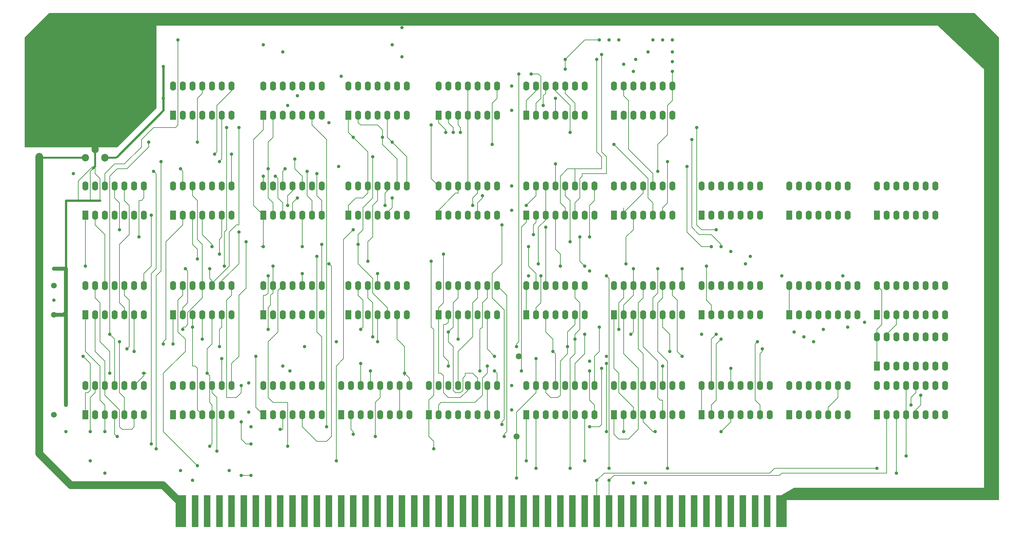
<source format=gtl>
G04 #@! TF.GenerationSoftware,KiCad,Pcbnew,(5.1.12)-1*
G04 #@! TF.CreationDate,2022-10-15T16:15:19+01:00*
G04 #@! TF.ProjectId,Dazzler,44617a7a-6c65-4722-9e6b-696361645f70,rev?*
G04 #@! TF.SameCoordinates,Original*
G04 #@! TF.FileFunction,Copper,L1,Top*
G04 #@! TF.FilePolarity,Positive*
%FSLAX46Y46*%
G04 Gerber Fmt 4.6, Leading zero omitted, Abs format (unit mm)*
G04 Created by KiCad (PCBNEW (5.1.12)-1) date 2022-10-15 16:15:19*
%MOMM*%
%LPD*%
G01*
G04 APERTURE LIST*
G04 #@! TA.AperFunction,NonConductor*
%ADD10C,0.100000*%
G04 #@! TD*
G04 #@! TA.AperFunction,ComponentPad*
%ADD11O,1.905000X2.000000*%
G04 #@! TD*
G04 #@! TA.AperFunction,ComponentPad*
%ADD12C,1.905000*%
G04 #@! TD*
G04 #@! TA.AperFunction,ComponentPad*
%ADD13R,1.600000X2.400000*%
G04 #@! TD*
G04 #@! TA.AperFunction,ComponentPad*
%ADD14O,1.600000X2.400000*%
G04 #@! TD*
G04 #@! TA.AperFunction,ConnectorPad*
%ADD15R,2.794000X8.382000*%
G04 #@! TD*
G04 #@! TA.AperFunction,ConnectorPad*
%ADD16R,1.778000X8.382000*%
G04 #@! TD*
G04 #@! TA.AperFunction,ComponentPad*
%ADD17C,3.048000*%
G04 #@! TD*
G04 #@! TA.AperFunction,ViaPad*
%ADD18C,0.889000*%
G04 #@! TD*
G04 #@! TA.AperFunction,ViaPad*
%ADD19C,1.500000*%
G04 #@! TD*
G04 #@! TA.AperFunction,ViaPad*
%ADD20C,1.600000*%
G04 #@! TD*
G04 #@! TA.AperFunction,Conductor*
%ADD21C,0.203200*%
G04 #@! TD*
G04 #@! TA.AperFunction,Conductor*
%ADD22C,2.032000*%
G04 #@! TD*
G04 #@! TA.AperFunction,Conductor*
%ADD23C,1.016000*%
G04 #@! TD*
G04 #@! TA.AperFunction,Conductor*
%ADD24C,0.609600*%
G04 #@! TD*
G04 #@! TA.AperFunction,Conductor*
%ADD25C,0.508000*%
G04 #@! TD*
G04 APERTURE END LIST*
D10*
G36*
X220980000Y-149860000D02*
G01*
X217805000Y-149860000D01*
X217805000Y-148590000D01*
X220980000Y-146685000D01*
X220980000Y-149860000D01*
G37*
X220980000Y-149860000D02*
X217805000Y-149860000D01*
X217805000Y-148590000D01*
X220980000Y-146685000D01*
X220980000Y-149860000D01*
G36*
X274320000Y-149860000D02*
G01*
X220980000Y-149860000D01*
X220980000Y-146685000D01*
X270510000Y-146685000D01*
X270510000Y-37465000D01*
X274320000Y-37465000D01*
X274320000Y-149860000D01*
G37*
X274320000Y-149860000D02*
X220980000Y-149860000D01*
X220980000Y-146685000D01*
X270510000Y-146685000D01*
X270510000Y-37465000D01*
X274320000Y-37465000D01*
X274320000Y-149860000D01*
G36*
X274320000Y-29210000D02*
G01*
X274320000Y-37465000D01*
X270510000Y-37465000D01*
X258445000Y-26035000D01*
X258445000Y-22860000D01*
X267970000Y-22860000D01*
X274320000Y-29210000D01*
G37*
X274320000Y-29210000D02*
X274320000Y-37465000D01*
X270510000Y-37465000D01*
X258445000Y-26035000D01*
X258445000Y-22860000D01*
X267970000Y-22860000D01*
X274320000Y-29210000D01*
G36*
X265430000Y-26035000D02*
G01*
X54610000Y-26035000D01*
X54610000Y-22860000D01*
X265430000Y-22860000D01*
X265430000Y-26035000D01*
G37*
X265430000Y-26035000D02*
X54610000Y-26035000D01*
X54610000Y-22860000D01*
X265430000Y-22860000D01*
X265430000Y-26035000D01*
G36*
X54610000Y-47625000D02*
G01*
X44450000Y-57785000D01*
X20320000Y-57785000D01*
X20320000Y-29210000D01*
X26670000Y-22860000D01*
X54610000Y-22860000D01*
X54610000Y-47625000D01*
G37*
X54610000Y-47625000D02*
X44450000Y-57785000D01*
X20320000Y-57785000D01*
X20320000Y-29210000D01*
X26670000Y-22860000D01*
X54610000Y-22860000D01*
X54610000Y-47625000D01*
D11*
X41275000Y-60620000D03*
X38735000Y-58420000D03*
D12*
X36195000Y-60620000D03*
D13*
X173990000Y-49530000D03*
D14*
X189230000Y-41910000D03*
X176530000Y-49530000D03*
X186690000Y-41910000D03*
X179070000Y-49530000D03*
X184150000Y-41910000D03*
X181610000Y-49530000D03*
X181610000Y-41910000D03*
X184150000Y-49530000D03*
X179070000Y-41910000D03*
X186690000Y-49530000D03*
X176530000Y-41910000D03*
X189230000Y-49530000D03*
X173990000Y-41910000D03*
D13*
X151130000Y-49530000D03*
D14*
X166370000Y-41910000D03*
X153670000Y-49530000D03*
X163830000Y-41910000D03*
X156210000Y-49530000D03*
X161290000Y-41910000D03*
X158750000Y-49530000D03*
X158750000Y-41910000D03*
X161290000Y-49530000D03*
X156210000Y-41910000D03*
X163830000Y-49530000D03*
X153670000Y-41910000D03*
X166370000Y-49530000D03*
X151130000Y-41910000D03*
D13*
X128270000Y-49530000D03*
D14*
X143510000Y-41910000D03*
X130810000Y-49530000D03*
X140970000Y-41910000D03*
X133350000Y-49530000D03*
X138430000Y-41910000D03*
X135890000Y-49530000D03*
X135890000Y-41910000D03*
X138430000Y-49530000D03*
X133350000Y-41910000D03*
X140970000Y-49530000D03*
X130810000Y-41910000D03*
X143510000Y-49530000D03*
X128270000Y-41910000D03*
D13*
X104775000Y-49530000D03*
D14*
X120015000Y-41910000D03*
X107315000Y-49530000D03*
X117475000Y-41910000D03*
X109855000Y-49530000D03*
X114935000Y-41910000D03*
X112395000Y-49530000D03*
X112395000Y-41910000D03*
X114935000Y-49530000D03*
X109855000Y-41910000D03*
X117475000Y-49530000D03*
X107315000Y-41910000D03*
X120015000Y-49530000D03*
X104775000Y-41910000D03*
D13*
X82550000Y-49530000D03*
D14*
X97790000Y-41910000D03*
X85090000Y-49530000D03*
X95250000Y-41910000D03*
X87630000Y-49530000D03*
X92710000Y-41910000D03*
X90170000Y-49530000D03*
X90170000Y-41910000D03*
X92710000Y-49530000D03*
X87630000Y-41910000D03*
X95250000Y-49530000D03*
X85090000Y-41910000D03*
X97790000Y-49530000D03*
X82550000Y-41910000D03*
D13*
X242570000Y-75565000D03*
D14*
X257810000Y-67945000D03*
X245110000Y-75565000D03*
X255270000Y-67945000D03*
X247650000Y-75565000D03*
X252730000Y-67945000D03*
X250190000Y-75565000D03*
X250190000Y-67945000D03*
X252730000Y-75565000D03*
X247650000Y-67945000D03*
X255270000Y-75565000D03*
X245110000Y-67945000D03*
X257810000Y-75565000D03*
X242570000Y-67945000D03*
D13*
X219710000Y-75565000D03*
D14*
X234950000Y-67945000D03*
X222250000Y-75565000D03*
X232410000Y-67945000D03*
X224790000Y-75565000D03*
X229870000Y-67945000D03*
X227330000Y-75565000D03*
X227330000Y-67945000D03*
X229870000Y-75565000D03*
X224790000Y-67945000D03*
X232410000Y-75565000D03*
X222250000Y-67945000D03*
X234950000Y-75565000D03*
X219710000Y-67945000D03*
D13*
X196850000Y-75565000D03*
D14*
X212090000Y-67945000D03*
X199390000Y-75565000D03*
X209550000Y-67945000D03*
X201930000Y-75565000D03*
X207010000Y-67945000D03*
X204470000Y-75565000D03*
X204470000Y-67945000D03*
X207010000Y-75565000D03*
X201930000Y-67945000D03*
X209550000Y-75565000D03*
X199390000Y-67945000D03*
X212090000Y-75565000D03*
X196850000Y-67945000D03*
D13*
X173990000Y-75565000D03*
D14*
X189230000Y-67945000D03*
X176530000Y-75565000D03*
X186690000Y-67945000D03*
X179070000Y-75565000D03*
X184150000Y-67945000D03*
X181610000Y-75565000D03*
X181610000Y-67945000D03*
X184150000Y-75565000D03*
X179070000Y-67945000D03*
X186690000Y-75565000D03*
X176530000Y-67945000D03*
X189230000Y-75565000D03*
X173990000Y-67945000D03*
D13*
X242570000Y-114935000D03*
D14*
X260350000Y-107315000D03*
X245110000Y-114935000D03*
X257810000Y-107315000D03*
X247650000Y-114935000D03*
X255270000Y-107315000D03*
X250190000Y-114935000D03*
X252730000Y-107315000D03*
X252730000Y-114935000D03*
X250190000Y-107315000D03*
X255270000Y-114935000D03*
X247650000Y-107315000D03*
X257810000Y-114935000D03*
X245110000Y-107315000D03*
X260350000Y-114935000D03*
X242570000Y-107315000D03*
X196850000Y-120015000D03*
X214630000Y-127635000D03*
X199390000Y-120015000D03*
X212090000Y-127635000D03*
X201930000Y-120015000D03*
X209550000Y-127635000D03*
X204470000Y-120015000D03*
X207010000Y-127635000D03*
X207010000Y-120015000D03*
X204470000Y-127635000D03*
X209550000Y-120015000D03*
X201930000Y-127635000D03*
X212090000Y-120015000D03*
X199390000Y-127635000D03*
X214630000Y-120015000D03*
D13*
X196850000Y-127635000D03*
D14*
X128270000Y-67945000D03*
X143510000Y-75565000D03*
X130810000Y-67945000D03*
X140970000Y-75565000D03*
X133350000Y-67945000D03*
X138430000Y-75565000D03*
X135890000Y-67945000D03*
X135890000Y-75565000D03*
X138430000Y-67945000D03*
X133350000Y-75565000D03*
X140970000Y-67945000D03*
X130810000Y-75565000D03*
X143510000Y-67945000D03*
D13*
X128270000Y-75565000D03*
D14*
X104775000Y-67945000D03*
X120015000Y-75565000D03*
X107315000Y-67945000D03*
X117475000Y-75565000D03*
X109855000Y-67945000D03*
X114935000Y-75565000D03*
X112395000Y-67945000D03*
X112395000Y-75565000D03*
X114935000Y-67945000D03*
X109855000Y-75565000D03*
X117475000Y-67945000D03*
X107315000Y-75565000D03*
X120015000Y-67945000D03*
D13*
X104775000Y-75565000D03*
D14*
X151130000Y-93980000D03*
X166370000Y-101600000D03*
X153670000Y-93980000D03*
X163830000Y-101600000D03*
X156210000Y-93980000D03*
X161290000Y-101600000D03*
X158750000Y-93980000D03*
X158750000Y-101600000D03*
X161290000Y-93980000D03*
X156210000Y-101600000D03*
X163830000Y-93980000D03*
X153670000Y-101600000D03*
X166370000Y-93980000D03*
D13*
X151130000Y-101600000D03*
D14*
X104775000Y-93980000D03*
X120015000Y-101600000D03*
X107315000Y-93980000D03*
X117475000Y-101600000D03*
X109855000Y-93980000D03*
X114935000Y-101600000D03*
X112395000Y-93980000D03*
X112395000Y-101600000D03*
X114935000Y-93980000D03*
X109855000Y-101600000D03*
X117475000Y-93980000D03*
X107315000Y-101600000D03*
X120015000Y-93980000D03*
D13*
X104775000Y-101600000D03*
D14*
X82550000Y-93980000D03*
X97790000Y-101600000D03*
X85090000Y-93980000D03*
X95250000Y-101600000D03*
X87630000Y-93980000D03*
X92710000Y-101600000D03*
X90170000Y-93980000D03*
X90170000Y-101600000D03*
X92710000Y-93980000D03*
X87630000Y-101600000D03*
X95250000Y-93980000D03*
X85090000Y-101600000D03*
X97790000Y-93980000D03*
D13*
X82550000Y-101600000D03*
X59055000Y-75565000D03*
D14*
X74295000Y-67945000D03*
X61595000Y-75565000D03*
X71755000Y-67945000D03*
X64135000Y-75565000D03*
X69215000Y-67945000D03*
X66675000Y-75565000D03*
X66675000Y-67945000D03*
X69215000Y-75565000D03*
X64135000Y-67945000D03*
X71755000Y-75565000D03*
X61595000Y-67945000D03*
X74295000Y-75565000D03*
X59055000Y-67945000D03*
D13*
X82550000Y-75565000D03*
D14*
X97790000Y-67945000D03*
X85090000Y-75565000D03*
X95250000Y-67945000D03*
X87630000Y-75565000D03*
X92710000Y-67945000D03*
X90170000Y-75565000D03*
X90170000Y-67945000D03*
X92710000Y-75565000D03*
X87630000Y-67945000D03*
X95250000Y-75565000D03*
X85090000Y-67945000D03*
X97790000Y-75565000D03*
X82550000Y-67945000D03*
D13*
X36195000Y-75565000D03*
D14*
X51435000Y-67945000D03*
X38735000Y-75565000D03*
X48895000Y-67945000D03*
X41275000Y-75565000D03*
X46355000Y-67945000D03*
X43815000Y-75565000D03*
X43815000Y-67945000D03*
X46355000Y-75565000D03*
X41275000Y-67945000D03*
X48895000Y-75565000D03*
X38735000Y-67945000D03*
X51435000Y-75565000D03*
X36195000Y-67945000D03*
X59055000Y-41910000D03*
X74295000Y-49530000D03*
X61595000Y-41910000D03*
X71755000Y-49530000D03*
X64135000Y-41910000D03*
X69215000Y-49530000D03*
X66675000Y-41910000D03*
X66675000Y-49530000D03*
X69215000Y-41910000D03*
X64135000Y-49530000D03*
X71755000Y-41910000D03*
X61595000Y-49530000D03*
X74295000Y-41910000D03*
D13*
X59055000Y-49530000D03*
X59055000Y-101600000D03*
D14*
X74295000Y-93980000D03*
X61595000Y-101600000D03*
X71755000Y-93980000D03*
X64135000Y-101600000D03*
X69215000Y-93980000D03*
X66675000Y-101600000D03*
X66675000Y-93980000D03*
X69215000Y-101600000D03*
X64135000Y-93980000D03*
X71755000Y-101600000D03*
X61595000Y-93980000D03*
X74295000Y-101600000D03*
X59055000Y-93980000D03*
D13*
X128270000Y-101600000D03*
D14*
X143510000Y-93980000D03*
X130810000Y-101600000D03*
X140970000Y-93980000D03*
X133350000Y-101600000D03*
X138430000Y-93980000D03*
X135890000Y-101600000D03*
X135890000Y-93980000D03*
X138430000Y-101600000D03*
X133350000Y-93980000D03*
X140970000Y-101600000D03*
X130810000Y-93980000D03*
X143510000Y-101600000D03*
X128270000Y-93980000D03*
D13*
X36195000Y-101600000D03*
D14*
X51435000Y-93980000D03*
X38735000Y-101600000D03*
X48895000Y-93980000D03*
X41275000Y-101600000D03*
X46355000Y-93980000D03*
X43815000Y-101600000D03*
X43815000Y-93980000D03*
X46355000Y-101600000D03*
X41275000Y-93980000D03*
X48895000Y-101600000D03*
X38735000Y-93980000D03*
X51435000Y-101600000D03*
X36195000Y-93980000D03*
X173990000Y-93980000D03*
X191770000Y-101600000D03*
X176530000Y-93980000D03*
X189230000Y-101600000D03*
X179070000Y-93980000D03*
X186690000Y-101600000D03*
X181610000Y-93980000D03*
X184150000Y-101600000D03*
X184150000Y-93980000D03*
X181610000Y-101600000D03*
X186690000Y-93980000D03*
X179070000Y-101600000D03*
X189230000Y-93980000D03*
X176530000Y-101600000D03*
X191770000Y-93980000D03*
D13*
X173990000Y-101600000D03*
D14*
X242570000Y-93980000D03*
X260350000Y-101600000D03*
X245110000Y-93980000D03*
X257810000Y-101600000D03*
X247650000Y-93980000D03*
X255270000Y-101600000D03*
X250190000Y-93980000D03*
X252730000Y-101600000D03*
X252730000Y-93980000D03*
X250190000Y-101600000D03*
X255270000Y-93980000D03*
X247650000Y-101600000D03*
X257810000Y-93980000D03*
X245110000Y-101600000D03*
X260350000Y-93980000D03*
D13*
X242570000Y-101600000D03*
D14*
X196850000Y-93980000D03*
X212090000Y-101600000D03*
X199390000Y-93980000D03*
X209550000Y-101600000D03*
X201930000Y-93980000D03*
X207010000Y-101600000D03*
X204470000Y-93980000D03*
X204470000Y-101600000D03*
X207010000Y-93980000D03*
X201930000Y-101600000D03*
X209550000Y-93980000D03*
X199390000Y-101600000D03*
X212090000Y-93980000D03*
D13*
X196850000Y-101600000D03*
D14*
X219710000Y-93980000D03*
X237490000Y-101600000D03*
X222250000Y-93980000D03*
X234950000Y-101600000D03*
X224790000Y-93980000D03*
X232410000Y-101600000D03*
X227330000Y-93980000D03*
X229870000Y-101600000D03*
X229870000Y-93980000D03*
X227330000Y-101600000D03*
X232410000Y-93980000D03*
X224790000Y-101600000D03*
X234950000Y-93980000D03*
X222250000Y-101600000D03*
X237490000Y-93980000D03*
D13*
X219710000Y-101600000D03*
X219710000Y-127635000D03*
D14*
X234950000Y-120015000D03*
X222250000Y-127635000D03*
X232410000Y-120015000D03*
X224790000Y-127635000D03*
X229870000Y-120015000D03*
X227330000Y-127635000D03*
X227330000Y-120015000D03*
X229870000Y-127635000D03*
X224790000Y-120015000D03*
X232410000Y-127635000D03*
X222250000Y-120015000D03*
X234950000Y-127635000D03*
X219710000Y-120015000D03*
D13*
X242570000Y-127635000D03*
D14*
X260350000Y-120015000D03*
X245110000Y-127635000D03*
X257810000Y-120015000D03*
X247650000Y-127635000D03*
X255270000Y-120015000D03*
X250190000Y-127635000D03*
X252730000Y-120015000D03*
X252730000Y-127635000D03*
X250190000Y-120015000D03*
X255270000Y-127635000D03*
X247650000Y-120015000D03*
X257810000Y-127635000D03*
X245110000Y-120015000D03*
X260350000Y-127635000D03*
X242570000Y-120015000D03*
D13*
X173990000Y-127635000D03*
D14*
X191770000Y-120015000D03*
X176530000Y-127635000D03*
X189230000Y-120015000D03*
X179070000Y-127635000D03*
X186690000Y-120015000D03*
X181610000Y-127635000D03*
X184150000Y-120015000D03*
X184150000Y-127635000D03*
X181610000Y-120015000D03*
X186690000Y-127635000D03*
X179070000Y-120015000D03*
X189230000Y-127635000D03*
X176530000Y-120015000D03*
X191770000Y-127635000D03*
X173990000Y-120015000D03*
D13*
X151130000Y-127635000D03*
D14*
X168910000Y-120015000D03*
X153670000Y-127635000D03*
X166370000Y-120015000D03*
X156210000Y-127635000D03*
X163830000Y-120015000D03*
X158750000Y-127635000D03*
X161290000Y-120015000D03*
X161290000Y-127635000D03*
X158750000Y-120015000D03*
X163830000Y-127635000D03*
X156210000Y-120015000D03*
X166370000Y-127635000D03*
X153670000Y-120015000D03*
X168910000Y-127635000D03*
X151130000Y-120015000D03*
D13*
X125730000Y-127635000D03*
D14*
X143510000Y-120015000D03*
X128270000Y-127635000D03*
X140970000Y-120015000D03*
X130810000Y-127635000D03*
X138430000Y-120015000D03*
X133350000Y-127635000D03*
X135890000Y-120015000D03*
X135890000Y-127635000D03*
X133350000Y-120015000D03*
X138430000Y-127635000D03*
X130810000Y-120015000D03*
X140970000Y-127635000D03*
X128270000Y-120015000D03*
X143510000Y-127635000D03*
X125730000Y-120015000D03*
D13*
X151130000Y-75565000D03*
D14*
X168910000Y-67945000D03*
X153670000Y-75565000D03*
X166370000Y-67945000D03*
X156210000Y-75565000D03*
X163830000Y-67945000D03*
X158750000Y-75565000D03*
X161290000Y-67945000D03*
X161290000Y-75565000D03*
X158750000Y-67945000D03*
X163830000Y-75565000D03*
X156210000Y-67945000D03*
X166370000Y-75565000D03*
X153670000Y-67945000D03*
X168910000Y-75565000D03*
X151130000Y-67945000D03*
X102870000Y-120015000D03*
X120650000Y-127635000D03*
X105410000Y-120015000D03*
X118110000Y-127635000D03*
X107950000Y-120015000D03*
X115570000Y-127635000D03*
X110490000Y-120015000D03*
X113030000Y-127635000D03*
X113030000Y-120015000D03*
X110490000Y-127635000D03*
X115570000Y-120015000D03*
X107950000Y-127635000D03*
X118110000Y-120015000D03*
X105410000Y-127635000D03*
X120650000Y-120015000D03*
D13*
X102870000Y-127635000D03*
D15*
X217678000Y-152781000D03*
D16*
X213995000Y-152781000D03*
X210820000Y-152781000D03*
X207645000Y-152781000D03*
X204470000Y-152781000D03*
X201295000Y-152781000D03*
X198120000Y-152781000D03*
X194945000Y-152781000D03*
X191770000Y-152781000D03*
X188595000Y-152781000D03*
X185420000Y-152781000D03*
X182245000Y-152781000D03*
X179070000Y-152781000D03*
X175895000Y-152781000D03*
X172720000Y-152781000D03*
X169545000Y-152781000D03*
X166370000Y-152781000D03*
X163195000Y-152781000D03*
X160020000Y-152781000D03*
X156845000Y-152781000D03*
X153670000Y-152781000D03*
X150495000Y-152781000D03*
X147320000Y-152781000D03*
X144145000Y-152781000D03*
X140970000Y-152781000D03*
X137795000Y-152781000D03*
X134620000Y-152781000D03*
X131445000Y-152781000D03*
X128270000Y-152781000D03*
X125095000Y-152781000D03*
X121920000Y-152781000D03*
X118745000Y-152781000D03*
X115570000Y-152781000D03*
X112395000Y-152781000D03*
X109220000Y-152781000D03*
X106045000Y-152781000D03*
X102870000Y-152781000D03*
X99695000Y-152781000D03*
X96520000Y-152781000D03*
X93345000Y-152781000D03*
X90170000Y-152781000D03*
X86995000Y-152781000D03*
X83820000Y-152781000D03*
X80645000Y-152781000D03*
X77470000Y-152781000D03*
X74295000Y-152781000D03*
X71120000Y-152781000D03*
X67945000Y-152781000D03*
X64770000Y-152781000D03*
D15*
X61087000Y-152781000D03*
D14*
X36195000Y-120015000D03*
X51435000Y-127635000D03*
X38735000Y-120015000D03*
X48895000Y-127635000D03*
X41275000Y-120015000D03*
X46355000Y-127635000D03*
X43815000Y-120015000D03*
X43815000Y-127635000D03*
X46355000Y-120015000D03*
X41275000Y-127635000D03*
X48895000Y-120015000D03*
X38735000Y-127635000D03*
X51435000Y-120015000D03*
D13*
X36195000Y-127635000D03*
D14*
X59055000Y-120015000D03*
X74295000Y-127635000D03*
X61595000Y-120015000D03*
X71755000Y-127635000D03*
X64135000Y-120015000D03*
X69215000Y-127635000D03*
X66675000Y-120015000D03*
X66675000Y-127635000D03*
X69215000Y-120015000D03*
X64135000Y-127635000D03*
X71755000Y-120015000D03*
X61595000Y-127635000D03*
X74295000Y-120015000D03*
D13*
X59055000Y-127635000D03*
D14*
X82550000Y-120015000D03*
X97790000Y-127635000D03*
X85090000Y-120015000D03*
X95250000Y-127635000D03*
X87630000Y-120015000D03*
X92710000Y-127635000D03*
X90170000Y-120015000D03*
X90170000Y-127635000D03*
X92710000Y-120015000D03*
X87630000Y-127635000D03*
X95250000Y-120015000D03*
X85090000Y-127635000D03*
X97790000Y-120015000D03*
D13*
X82550000Y-127635000D03*
D17*
X267970000Y-27940000D03*
X26670000Y-27940000D03*
D18*
X250190000Y-138430000D03*
X247650000Y-142875000D03*
X242570000Y-141605000D03*
X254000000Y-122555000D03*
X251460000Y-125095000D03*
X201930000Y-132080000D03*
X184785000Y-132080000D03*
X176530000Y-132080000D03*
X172085000Y-132080000D03*
X167640000Y-130810000D03*
X187960000Y-141605000D03*
X179070000Y-145415000D03*
X182245000Y-145415000D03*
X169545000Y-144780000D03*
X172720000Y-144780000D03*
X172720000Y-141605000D03*
X166370000Y-139700000D03*
X162560000Y-141605000D03*
X153670000Y-141605000D03*
X151130000Y-139700000D03*
X148590000Y-144145000D03*
X147320000Y-126365000D03*
X147320000Y-120015000D03*
X144780000Y-130175000D03*
X145415000Y-133350000D03*
X127000000Y-136525000D03*
X106045000Y-132715000D03*
X111760000Y-133350000D03*
X119380000Y-116840000D03*
X107950000Y-114300000D03*
X110490000Y-116205000D03*
X86995000Y-131445000D03*
X88900000Y-135890000D03*
X99060000Y-130810000D03*
X79375000Y-130810000D03*
X76835000Y-129540000D03*
X79375000Y-143510000D03*
X76835000Y-143510000D03*
X73660000Y-142240000D03*
X70485000Y-137160000D03*
X68580000Y-135890000D03*
X65405000Y-140970000D03*
X64135000Y-144780000D03*
X60960000Y-142240000D03*
X31115000Y-132080000D03*
X37465000Y-132080000D03*
X41275000Y-132080000D03*
X44450000Y-133350000D03*
X37465000Y-139700000D03*
X41275000Y-142875000D03*
X31115000Y-125095000D03*
X42545000Y-116840000D03*
X51435000Y-116840000D03*
X67945000Y-116840000D03*
X71755000Y-113030000D03*
X76835000Y-120015000D03*
X78740000Y-119380000D03*
X78740000Y-127000000D03*
X80645000Y-112395000D03*
X87630000Y-114935000D03*
X89535000Y-116205000D03*
X93345000Y-109855000D03*
X101600000Y-108585000D03*
X107950000Y-105410000D03*
X111125000Y-107315000D03*
X112395000Y-108585000D03*
X35560000Y-112395000D03*
X42545000Y-106680000D03*
X45085000Y-108585000D03*
X46990000Y-110490000D03*
X48895000Y-111125000D03*
X79375000Y-135255000D03*
X53340000Y-135255000D03*
X54610000Y-136525000D03*
X59055000Y-109220000D03*
X56515000Y-109220000D03*
X53975000Y-64135000D03*
X55880000Y-61595000D03*
X60960000Y-63500000D03*
X53340000Y-75565000D03*
X50165000Y-81280000D03*
X45085000Y-79375000D03*
X36195000Y-88900000D03*
X27940000Y-97790000D03*
X62230000Y-89535000D03*
X65405000Y-86995000D03*
X68580000Y-89535000D03*
X69215000Y-83820000D03*
X71120000Y-85725000D03*
X72390000Y-88900000D03*
X76200000Y-80010000D03*
X78105000Y-82550000D03*
X82550000Y-83820000D03*
X83820000Y-91440000D03*
X85090000Y-88900000D03*
X92710000Y-90805000D03*
X96520000Y-86360000D03*
X97790000Y-83185000D03*
X92710000Y-83820000D03*
X99695000Y-88265000D03*
X106045000Y-79375000D03*
X107315000Y-83185000D03*
X109855000Y-87630000D03*
X116205000Y-71120000D03*
X114300000Y-73025000D03*
X91440000Y-71120000D03*
X88900000Y-73025000D03*
X88900000Y-73025000D03*
X96520000Y-64770000D03*
X93980000Y-64135000D03*
X90805000Y-60960000D03*
X88265000Y-63500000D03*
X85725000Y-65405000D03*
X82550000Y-65405000D03*
X83820000Y-63500000D03*
X61595000Y-105410000D03*
X64135000Y-104775000D03*
X66675000Y-107950000D03*
X71120000Y-109855000D03*
X83820000Y-105410000D03*
X101600000Y-139700000D03*
X27940000Y-89535000D03*
D19*
X27940000Y-127635000D03*
X27940000Y-101600000D03*
X27940000Y-93980000D03*
D18*
X31115000Y-99060000D03*
X142875000Y-116205000D03*
X139065000Y-116205000D03*
X140970000Y-114935000D03*
X142875000Y-112395000D03*
X130810000Y-114935000D03*
X130810000Y-106045000D03*
X133350000Y-107950000D03*
X149860000Y-116205000D03*
X153670000Y-113030000D03*
X158115000Y-111125000D03*
X161925000Y-109855000D03*
X163830000Y-107950000D03*
X166370000Y-106680000D03*
X170180000Y-104775000D03*
X167640000Y-116205000D03*
X167640000Y-113665000D03*
X170815000Y-115570000D03*
X172085000Y-114300000D03*
X172085000Y-112395000D03*
X175260000Y-105410000D03*
X178435000Y-106680000D03*
X186690000Y-114935000D03*
X188595000Y-111125000D03*
X191770000Y-112395000D03*
X196850000Y-106680000D03*
X200660000Y-106680000D03*
X201930000Y-107950000D03*
X204470000Y-115570000D03*
X211455000Y-108585000D03*
X212725000Y-110490000D03*
D20*
X148590000Y-133350000D03*
X149225000Y-112395000D03*
D18*
X148590000Y-109855000D03*
X172085000Y-91440000D03*
X220980000Y-106045000D03*
X223520000Y-107315000D03*
X226060000Y-108585000D03*
X228600000Y-105410000D03*
X234950000Y-104775000D03*
X239395000Y-103505000D03*
X233680000Y-91440000D03*
X217805000Y-91440000D03*
X191770000Y-89535000D03*
X185420000Y-89535000D03*
X179070000Y-89535000D03*
X177165000Y-88265000D03*
X167640000Y-90170000D03*
X166370000Y-88900000D03*
X160020000Y-88900000D03*
X154940000Y-91440000D03*
X151765000Y-91440000D03*
X154305000Y-88265000D03*
X126365000Y-87630000D03*
X129540000Y-85725000D03*
X52705000Y-56515000D03*
X60325000Y-29845000D03*
X65405000Y-56515000D03*
X71120000Y-61595000D03*
X69850000Y-59690000D03*
X74295000Y-59690000D03*
X73025000Y-52705000D03*
X76200000Y-52705000D03*
X99695000Y-51435000D03*
X88900000Y-46990000D03*
X91440000Y-44450000D03*
X82550000Y-31115000D03*
X87630000Y-33020000D03*
X102870000Y-39370000D03*
X102235000Y-62865000D03*
X106045000Y-55245000D03*
X111125000Y-60325000D03*
X116205000Y-56515000D03*
X113665000Y-55245000D03*
X118745000Y-34290000D03*
X116205000Y-31115000D03*
X118745000Y-26670000D03*
X56515000Y-36830000D03*
X56515000Y-45085000D03*
X33020000Y-64770000D03*
X126365000Y-52070000D03*
X130175000Y-53975000D03*
X132080000Y-53975000D03*
X133985000Y-53975000D03*
X142240000Y-57150000D03*
X137160000Y-73025000D03*
X139700000Y-70485000D03*
X144780000Y-78105000D03*
X147320000Y-74295000D03*
X147320000Y-67945000D03*
X151130000Y-73025000D03*
X153035000Y-80645000D03*
X151765000Y-83820000D03*
X156210000Y-78740000D03*
X162560000Y-82550000D03*
X165100000Y-81280000D03*
X167640000Y-81280000D03*
X158750000Y-62230000D03*
X162560000Y-53975000D03*
X155575000Y-46990000D03*
X158750000Y-45085000D03*
X149225000Y-38735000D03*
X152400000Y-38735000D03*
X147320000Y-41910000D03*
X147320000Y-48260000D03*
X161290000Y-37465000D03*
X161290000Y-34925000D03*
X173990000Y-57150000D03*
X185420000Y-64135000D03*
X187960000Y-61595000D03*
X189230000Y-38100000D03*
X189230000Y-35560000D03*
X189230000Y-33020000D03*
X189230000Y-29845000D03*
X186690000Y-29845000D03*
X184150000Y-29845000D03*
X182880000Y-33020000D03*
X176530000Y-36195000D03*
X179070000Y-38100000D03*
X179705000Y-34925000D03*
X169545000Y-34925000D03*
X170815000Y-33655000D03*
X170180000Y-29845000D03*
X172720000Y-29845000D03*
X175260000Y-29845000D03*
X193040000Y-62865000D03*
X194310000Y-55880000D03*
X195580000Y-52705000D03*
X198120000Y-88900000D03*
X200660000Y-79375000D03*
X209550000Y-86360000D03*
X208280000Y-88265000D03*
X204470000Y-85090000D03*
X199390000Y-83820000D03*
X201930000Y-83820000D03*
X112395000Y-90805000D03*
D21*
X172720000Y-144780000D02*
X172720000Y-144780000D01*
X169545000Y-144780000D02*
X169545000Y-144780000D01*
X169545000Y-144780000D02*
X169545000Y-152781000D01*
X172720000Y-144780000D02*
X172720000Y-152781000D01*
X201930000Y-132080000D02*
X204470000Y-129540000D01*
X204470000Y-129540000D02*
X204470000Y-127635000D01*
X196850000Y-127635000D02*
X196850000Y-120015000D01*
X247650000Y-142875000D02*
X247650000Y-127635000D01*
X250190000Y-138430000D02*
X250190000Y-127635000D01*
X250190000Y-127635000D02*
X250190000Y-120015000D01*
X252730000Y-127635000D02*
X252730000Y-126365000D01*
X254000000Y-125095000D02*
X254000000Y-122555000D01*
X252730000Y-126365000D02*
X254000000Y-125095000D01*
X251460000Y-125095000D02*
X251460000Y-123190000D01*
X252730000Y-121920000D02*
X252730000Y-120015000D01*
X251460000Y-123190000D02*
X252730000Y-121920000D01*
X245110000Y-142875000D02*
X245110000Y-127635000D01*
X217805000Y-142875000D02*
X245110000Y-142875000D01*
X217170000Y-143510000D02*
X217805000Y-142875000D01*
X173990000Y-143510000D02*
X217170000Y-143510000D01*
X172720000Y-144780000D02*
X173990000Y-143510000D01*
X242570000Y-141605000D02*
X215900000Y-141605000D01*
X215900000Y-141605000D02*
X214630000Y-142875000D01*
X171450000Y-142875000D02*
X169545000Y-144780000D01*
X214630000Y-142875000D02*
X171450000Y-142875000D01*
X184785000Y-132080000D02*
X184150000Y-132080000D01*
X181610000Y-129540000D02*
X181610000Y-127635000D01*
X184150000Y-132080000D02*
X181610000Y-129540000D01*
X176530000Y-132080000D02*
X176530000Y-127635000D01*
X242570000Y-114935000D02*
X242570000Y-107315000D01*
X245110000Y-107315000D02*
X245110000Y-106680000D01*
X247650000Y-104140000D02*
X247650000Y-101600000D01*
X245110000Y-106680000D02*
X247650000Y-104140000D01*
X242570000Y-107315000D02*
X242570000Y-105410000D01*
X242570000Y-105410000D02*
X243840000Y-104140000D01*
X243840000Y-95250000D02*
X242570000Y-93980000D01*
X243840000Y-104140000D02*
X243840000Y-95250000D01*
X151130000Y-139700000D02*
X151130000Y-127635000D01*
X153670000Y-141605000D02*
X153670000Y-127635000D01*
X166370000Y-139700000D02*
X166370000Y-127635000D01*
X41275000Y-132080000D02*
X41275000Y-127635000D01*
X44450000Y-133350000D02*
X43815000Y-132715000D01*
X43815000Y-132715000D02*
X43815000Y-127635000D01*
X38735000Y-120015000D02*
X38735000Y-121920000D01*
X37465000Y-123190000D02*
X37465000Y-132080000D01*
X38735000Y-121920000D02*
X37465000Y-123190000D01*
X76835000Y-143510000D02*
X79375000Y-143510000D01*
X69215000Y-135255000D02*
X68580000Y-135890000D01*
X69215000Y-127635000D02*
X69215000Y-135255000D01*
X76835000Y-129540000D02*
X76835000Y-133985000D01*
X78105000Y-135255000D02*
X79375000Y-135255000D01*
X76835000Y-133985000D02*
X78105000Y-135255000D01*
X87630000Y-127635000D02*
X87630000Y-131445000D01*
X87630000Y-131445000D02*
X86995000Y-131445000D01*
X36195000Y-127635000D02*
X36195000Y-121920000D01*
X36195000Y-121920000D02*
X36830000Y-121920000D01*
X36830000Y-121920000D02*
X37465000Y-121285000D01*
X37465000Y-114300000D02*
X35560000Y-112395000D01*
X37465000Y-121285000D02*
X37465000Y-114300000D01*
X70485000Y-137160000D02*
X70485000Y-123190000D01*
X70485000Y-123190000D02*
X69215000Y-121920000D01*
X69215000Y-121920000D02*
X69215000Y-120015000D01*
X48895000Y-101600000D02*
X48895000Y-111125000D01*
X46355000Y-93980000D02*
X46355000Y-96520000D01*
X46355000Y-96520000D02*
X47625000Y-97790000D01*
X47625000Y-109855000D02*
X46990000Y-110490000D01*
X47625000Y-97790000D02*
X47625000Y-109855000D01*
X45085000Y-121920000D02*
X45085000Y-108585000D01*
X46355000Y-123190000D02*
X45085000Y-121920000D01*
X46355000Y-127635000D02*
X46355000Y-123190000D01*
X41275000Y-127635000D02*
X41275000Y-125095000D01*
X41275000Y-125095000D02*
X40005000Y-123825000D01*
X40005000Y-123825000D02*
X40005000Y-114935000D01*
X36195000Y-111125000D02*
X36195000Y-101600000D01*
X40005000Y-114935000D02*
X36195000Y-111125000D01*
X41275000Y-120015000D02*
X41275000Y-113665000D01*
X41275000Y-113665000D02*
X38735000Y-111125000D01*
X38735000Y-111125000D02*
X38735000Y-101600000D01*
X38735000Y-97155000D02*
X38735000Y-93980000D01*
X40005000Y-98425000D02*
X38735000Y-97155000D01*
X40005000Y-108585000D02*
X40005000Y-98425000D01*
X42545000Y-111125000D02*
X40005000Y-108585000D01*
X42545000Y-116840000D02*
X42545000Y-111125000D01*
X52070000Y-116840000D02*
X50800000Y-116840000D01*
X51435000Y-117475000D02*
X48895000Y-120015000D01*
X51435000Y-116840000D02*
X51435000Y-117475000D01*
X61595000Y-96520000D02*
X61595000Y-93980000D01*
X60325000Y-106045000D02*
X60325000Y-97790000D01*
X60325000Y-97790000D02*
X61595000Y-96520000D01*
X62230000Y-107950000D02*
X60325000Y-106045000D01*
X62230000Y-111125000D02*
X62230000Y-107950000D01*
X56515000Y-116840000D02*
X62230000Y-111125000D01*
X56515000Y-132080000D02*
X56515000Y-116840000D01*
X65405000Y-140970000D02*
X56515000Y-132080000D01*
X59055000Y-109220000D02*
X59055000Y-101600000D01*
D22*
X61087000Y-150695014D02*
X56441986Y-146050000D01*
X61087000Y-152781000D02*
X61087000Y-150695014D01*
X56441986Y-146050000D02*
X32385000Y-146050000D01*
X32385000Y-146050000D02*
X24130000Y-137795000D01*
D21*
X43815000Y-107950000D02*
X42545000Y-106680000D01*
X43815000Y-120015000D02*
X43815000Y-107950000D01*
X42545000Y-106680000D02*
X42545000Y-65405000D01*
X41275000Y-93980000D02*
X41275000Y-80645000D01*
X38735000Y-78105000D02*
X38735000Y-75565000D01*
X41275000Y-80645000D02*
X38735000Y-78105000D01*
X36195000Y-88900000D02*
X36195000Y-75565000D01*
X45085000Y-79375000D02*
X45085000Y-72390000D01*
X45085000Y-72390000D02*
X43815000Y-71120000D01*
X43815000Y-71120000D02*
X43815000Y-67945000D01*
X46355000Y-101600000D02*
X46355000Y-99695000D01*
X46355000Y-99695000D02*
X45085000Y-98425000D01*
X45085000Y-98425000D02*
X45085000Y-83185000D01*
X45085000Y-83185000D02*
X47625000Y-80645000D01*
X47625000Y-80645000D02*
X47625000Y-73025000D01*
X46355000Y-71755000D02*
X46355000Y-67945000D01*
X47625000Y-73025000D02*
X46355000Y-71755000D01*
X51435000Y-93980000D02*
X51435000Y-90805000D01*
X53340000Y-88900000D02*
X53340000Y-75565000D01*
X51435000Y-90805000D02*
X53340000Y-88900000D01*
X50165000Y-81280000D02*
X50165000Y-71755000D01*
X50165000Y-71755000D02*
X50800000Y-71755000D01*
X51435000Y-71120000D02*
X51435000Y-67945000D01*
X50800000Y-71755000D02*
X51435000Y-71120000D01*
X60960000Y-76200000D02*
X61595000Y-75565000D01*
X61595000Y-101600000D02*
X61595000Y-99695000D01*
X61595000Y-99695000D02*
X62865000Y-98425000D01*
X62865000Y-90170000D02*
X62230000Y-89535000D01*
X62865000Y-98425000D02*
X62865000Y-90170000D01*
X61595000Y-104775000D02*
X62230000Y-104775000D01*
X62230000Y-104775000D02*
X62865000Y-104140000D01*
X62865000Y-104140000D02*
X62865000Y-100965000D01*
X66675000Y-97155000D02*
X66675000Y-93980000D01*
X62865000Y-100965000D02*
X66675000Y-97155000D01*
X65405000Y-86995000D02*
X65405000Y-84455000D01*
X64135000Y-83185000D02*
X64135000Y-75565000D01*
X65405000Y-84455000D02*
X64135000Y-83185000D01*
X69215000Y-83820000D02*
X69215000Y-83185000D01*
X66675000Y-80645000D02*
X66675000Y-75565000D01*
X69215000Y-83185000D02*
X66675000Y-80645000D01*
X71120000Y-85725000D02*
X71120000Y-81915000D01*
X71755000Y-81280000D02*
X71755000Y-75565000D01*
X71120000Y-81915000D02*
X71755000Y-81280000D01*
X69215000Y-93980000D02*
X69215000Y-92710000D01*
X68580000Y-92075000D02*
X68580000Y-89535000D01*
X69215000Y-92710000D02*
X68580000Y-92075000D01*
X64135000Y-70485000D02*
X64135000Y-67945000D01*
X65405000Y-71755000D02*
X64135000Y-70485000D01*
X65405000Y-81915000D02*
X65405000Y-71755000D01*
X66675000Y-83185000D02*
X65405000Y-81915000D01*
X66675000Y-93980000D02*
X66675000Y-83185000D01*
X64135000Y-104775000D02*
X64135000Y-101600000D01*
X64135000Y-104775000D02*
X64135000Y-114935000D01*
X64135000Y-114935000D02*
X64770000Y-114935000D01*
X64770000Y-114935000D02*
X65405000Y-115570000D01*
X65405000Y-126365000D02*
X66675000Y-127635000D01*
X65405000Y-115570000D02*
X65405000Y-126365000D01*
X80645000Y-125730000D02*
X82550000Y-127635000D01*
X80645000Y-112395000D02*
X80645000Y-125730000D01*
X86360000Y-95250000D02*
X87630000Y-93980000D01*
X86360000Y-106045000D02*
X86360000Y-95250000D01*
X83820000Y-108585000D02*
X86360000Y-106045000D01*
X85090000Y-124460000D02*
X83820000Y-123190000D01*
X88900000Y-124460000D02*
X85090000Y-124460000D01*
X83820000Y-123190000D02*
X83820000Y-108585000D01*
X88900000Y-135890000D02*
X88900000Y-124460000D01*
X83820000Y-105410000D02*
X83820000Y-99695000D01*
X83820000Y-99695000D02*
X84455000Y-99060000D01*
X84455000Y-99060000D02*
X84455000Y-96520000D01*
X85090000Y-95885000D02*
X85090000Y-93980000D01*
X84455000Y-96520000D02*
X85090000Y-95885000D01*
X85090000Y-93980000D02*
X85090000Y-88900000D01*
X82550000Y-101600000D02*
X82550000Y-96520000D01*
X82550000Y-96520000D02*
X83185000Y-96520000D01*
X83820000Y-95885000D02*
X83820000Y-91440000D01*
X83185000Y-96520000D02*
X83820000Y-95885000D01*
X92710000Y-93980000D02*
X92710000Y-90805000D01*
X97790000Y-120015000D02*
X97790000Y-107315000D01*
X97790000Y-107315000D02*
X96520000Y-106045000D01*
X96520000Y-106045000D02*
X96520000Y-86360000D01*
X97790000Y-93980000D02*
X97790000Y-83185000D01*
X100330000Y-88900000D02*
X99695000Y-88265000D01*
X99060000Y-134620000D02*
X100330000Y-133350000D01*
X100330000Y-133350000D02*
X100330000Y-88900000D01*
X96520000Y-134620000D02*
X99060000Y-134620000D01*
X92710000Y-130810000D02*
X96520000Y-134620000D01*
X92710000Y-127635000D02*
X92710000Y-130810000D01*
X103505000Y-81915000D02*
X106045000Y-79375000D01*
X103505000Y-113030000D02*
X103505000Y-81915000D01*
X101600000Y-114935000D02*
X103505000Y-113030000D01*
X101600000Y-139700000D02*
X101600000Y-114935000D01*
X45085000Y-126365000D02*
X41275000Y-122555000D01*
X45720000Y-131445000D02*
X45085000Y-130810000D01*
X45085000Y-130810000D02*
X45085000Y-126365000D01*
X48260000Y-131445000D02*
X45720000Y-131445000D01*
X48895000Y-130810000D02*
X48260000Y-131445000D01*
X41275000Y-122555000D02*
X41275000Y-120015000D01*
X48895000Y-127635000D02*
X48895000Y-130810000D01*
X74295000Y-96520000D02*
X74295000Y-93980000D01*
X73025000Y-97790000D02*
X74295000Y-96520000D01*
X73025000Y-123190000D02*
X73025000Y-97790000D01*
X75565000Y-123190000D02*
X73025000Y-123190000D01*
X76835000Y-121920000D02*
X75565000Y-123190000D01*
X76835000Y-120015000D02*
X76835000Y-121920000D01*
X69215000Y-127635000D02*
X69215000Y-125095000D01*
X69215000Y-125095000D02*
X68580000Y-124460000D01*
X68580000Y-117475000D02*
X67945000Y-116840000D01*
X68580000Y-124460000D02*
X68580000Y-117475000D01*
X67945000Y-116840000D02*
X67945000Y-110490000D01*
X69215000Y-109220000D02*
X69215000Y-101600000D01*
X67945000Y-110490000D02*
X69215000Y-109220000D01*
X66675000Y-101600000D02*
X66675000Y-107950000D01*
X71755000Y-120015000D02*
X71755000Y-113030000D01*
X71120000Y-109855000D02*
X71120000Y-105410000D01*
X71120000Y-105410000D02*
X71755000Y-104775000D01*
X71755000Y-104775000D02*
X71755000Y-101600000D01*
D23*
X31115000Y-125095000D02*
X31115000Y-101600000D01*
X27940000Y-89535000D02*
X31115000Y-89535000D01*
X31115000Y-100965000D02*
X30480000Y-101600000D01*
X31115000Y-89535000D02*
X31115000Y-99060000D01*
X30480000Y-101600000D02*
X31115000Y-101600000D01*
X27940000Y-101600000D02*
X30480000Y-101600000D01*
X31115000Y-99060000D02*
X31115000Y-100965000D01*
D21*
X106045000Y-132715000D02*
X106045000Y-132080000D01*
X105410000Y-131445000D02*
X105410000Y-127635000D01*
X106045000Y-132080000D02*
X105410000Y-131445000D01*
X113030000Y-123190000D02*
X113030000Y-120015000D01*
X111760000Y-124460000D02*
X113030000Y-123190000D01*
X111760000Y-133350000D02*
X111760000Y-124460000D01*
X118110000Y-120015000D02*
X118110000Y-127635000D01*
X127000000Y-134620000D02*
X127000000Y-136525000D01*
X125730000Y-133350000D02*
X127000000Y-134620000D01*
X125730000Y-127635000D02*
X125730000Y-133350000D01*
X120650000Y-118110000D02*
X119380000Y-116840000D01*
X120650000Y-120015000D02*
X120650000Y-118110000D01*
X119380000Y-117475000D02*
X119380000Y-109855000D01*
X117475000Y-107950000D02*
X117475000Y-101600000D01*
X119380000Y-109855000D02*
X117475000Y-107950000D01*
X112395000Y-108585000D02*
X112395000Y-101600000D01*
X109855000Y-93980000D02*
X109855000Y-94615000D01*
X108585000Y-104775000D02*
X107950000Y-105410000D01*
X108585000Y-97790000D02*
X108585000Y-104775000D01*
X107315000Y-96520000D02*
X108585000Y-97790000D01*
X107315000Y-93980000D02*
X107315000Y-96520000D01*
X109855000Y-93980000D02*
X109855000Y-97155000D01*
X109855000Y-97155000D02*
X111125000Y-98425000D01*
X111125000Y-98425000D02*
X111125000Y-107315000D01*
X114935000Y-99695000D02*
X111125000Y-95885000D01*
X114935000Y-101600000D02*
X114935000Y-99695000D01*
X110490000Y-120015000D02*
X110490000Y-116205000D01*
X107950000Y-120015000D02*
X107950000Y-114300000D01*
X140970000Y-127635000D02*
X140970000Y-120015000D01*
X143510000Y-116840000D02*
X142875000Y-116205000D01*
X143510000Y-120015000D02*
X143510000Y-116840000D01*
X128270000Y-127635000D02*
X128270000Y-125095000D01*
X128270000Y-125095000D02*
X128905000Y-124460000D01*
X128905000Y-124460000D02*
X137795000Y-124460000D01*
X137795000Y-124460000D02*
X139700000Y-122555000D01*
X139700000Y-122555000D02*
X139700000Y-118110000D01*
X139700000Y-118110000D02*
X140970000Y-116840000D01*
X140970000Y-116840000D02*
X140970000Y-114935000D01*
X128270000Y-101600000D02*
X128270000Y-116840000D01*
X128270000Y-116840000D02*
X128905000Y-116840000D01*
X128905000Y-116840000D02*
X129540000Y-117475000D01*
X129540000Y-117475000D02*
X129540000Y-121920000D01*
X129540000Y-121920000D02*
X130810000Y-123190000D01*
X130810000Y-123190000D02*
X133985000Y-123190000D01*
X135890000Y-121285000D02*
X135890000Y-120015000D01*
X133985000Y-123190000D02*
X135890000Y-121285000D01*
X138430000Y-120015000D02*
X138430000Y-118110000D01*
X138430000Y-118110000D02*
X137160000Y-116840000D01*
X137160000Y-116840000D02*
X135255000Y-116840000D01*
X135255000Y-116840000D02*
X135255000Y-117475000D01*
X135255000Y-117475000D02*
X134620000Y-118110000D01*
X134620000Y-118110000D02*
X134620000Y-121285000D01*
X134620000Y-121285000D02*
X133985000Y-121920000D01*
X133985000Y-121920000D02*
X132715000Y-121920000D01*
X132715000Y-121920000D02*
X132080000Y-121285000D01*
X132080000Y-121285000D02*
X132080000Y-109855000D01*
X130810000Y-108585000D02*
X130810000Y-106045000D01*
X132080000Y-109855000D02*
X130810000Y-108585000D01*
X130810000Y-106045000D02*
X132080000Y-104775000D01*
X132080000Y-104775000D02*
X132080000Y-98425000D01*
X132080000Y-98425000D02*
X133350000Y-97155000D01*
X133350000Y-97155000D02*
X133350000Y-93980000D01*
X133350000Y-107950000D02*
X133350000Y-101600000D01*
X137160000Y-98425000D02*
X138430000Y-97155000D01*
X138430000Y-97155000D02*
X138430000Y-93980000D01*
X137160000Y-107315000D02*
X137160000Y-98425000D01*
X133350000Y-111125000D02*
X137160000Y-107315000D01*
X133350000Y-120015000D02*
X133350000Y-111125000D01*
X140970000Y-110490000D02*
X142875000Y-112395000D01*
X140970000Y-101600000D02*
X140970000Y-110490000D01*
X139065000Y-116205000D02*
X139065000Y-105410000D01*
X139065000Y-105410000D02*
X139700000Y-104775000D01*
X139700000Y-104775000D02*
X139700000Y-98425000D01*
X139700000Y-98425000D02*
X140970000Y-97155000D01*
X140970000Y-97155000D02*
X140970000Y-93980000D01*
X144780000Y-130175000D02*
X144780000Y-129540000D01*
X144780000Y-129540000D02*
X145415000Y-128905000D01*
X145415000Y-128905000D02*
X145415000Y-100330000D01*
X145415000Y-100330000D02*
X142240000Y-97155000D01*
X145415000Y-133350000D02*
X145415000Y-132715000D01*
X145415000Y-132715000D02*
X146050000Y-132080000D01*
X146050000Y-96520000D02*
X143510000Y-93980000D01*
X146050000Y-132080000D02*
X146050000Y-96520000D01*
X148590000Y-144145000D02*
X148590000Y-133350000D01*
X148590000Y-133350000D02*
X148590000Y-127000000D01*
X148590000Y-127000000D02*
X153670000Y-121920000D01*
X153670000Y-121920000D02*
X153670000Y-120015000D01*
X153670000Y-120015000D02*
X153670000Y-113030000D01*
X163830000Y-111760000D02*
X163830000Y-107950000D01*
X162560000Y-113030000D02*
X163830000Y-111760000D01*
X162560000Y-141605000D02*
X162560000Y-113030000D01*
X156210000Y-120015000D02*
X156210000Y-121920000D01*
X156210000Y-121920000D02*
X157480000Y-123190000D01*
X157480000Y-123190000D02*
X159385000Y-123190000D01*
X159385000Y-123190000D02*
X160020000Y-122555000D01*
X160020000Y-122555000D02*
X160020000Y-113665000D01*
X160020000Y-113665000D02*
X161925000Y-111760000D01*
X161925000Y-111760000D02*
X161925000Y-109855000D01*
X161925000Y-109855000D02*
X161925000Y-106045000D01*
X161925000Y-106045000D02*
X163830000Y-104140000D01*
X163830000Y-104140000D02*
X163830000Y-101600000D01*
X163830000Y-107950000D02*
X163830000Y-106680000D01*
X163830000Y-106680000D02*
X165100000Y-105410000D01*
X165100000Y-105410000D02*
X165100000Y-98425000D01*
X163830000Y-97155000D02*
X163830000Y-93980000D01*
X165100000Y-98425000D02*
X163830000Y-97155000D01*
X163830000Y-120015000D02*
X163830000Y-114300000D01*
X163830000Y-114300000D02*
X166370000Y-111760000D01*
X166370000Y-111760000D02*
X166370000Y-106680000D01*
X168910000Y-127635000D02*
X168910000Y-125095000D01*
X167640000Y-123825000D02*
X167640000Y-116205000D01*
X168910000Y-125095000D02*
X167640000Y-123825000D01*
X167640000Y-130810000D02*
X170180000Y-130810000D01*
X170815000Y-130175000D02*
X170815000Y-115570000D01*
X170180000Y-130810000D02*
X170815000Y-130175000D01*
X172085000Y-132080000D02*
X172085000Y-114300000D01*
X158750000Y-111760000D02*
X158115000Y-111125000D01*
X158750000Y-120015000D02*
X158750000Y-111760000D01*
X158115000Y-111125000D02*
X158115000Y-107950000D01*
X156210000Y-106045000D02*
X156210000Y-101600000D01*
X158115000Y-107950000D02*
X156210000Y-106045000D01*
X130810000Y-114935000D02*
X130810000Y-113665000D01*
X130810000Y-113665000D02*
X129540000Y-112395000D01*
X129540000Y-112395000D02*
X129540000Y-104140000D01*
X129540000Y-104140000D02*
X130175000Y-104140000D01*
X130810000Y-103505000D02*
X130810000Y-101600000D01*
X130175000Y-104140000D02*
X130810000Y-103505000D01*
X125730000Y-127635000D02*
X125730000Y-123825000D01*
X125730000Y-123825000D02*
X127000000Y-122555000D01*
X127000000Y-122555000D02*
X127000000Y-108585000D01*
X127000000Y-108585000D02*
X127000000Y-105410000D01*
X127000000Y-105410000D02*
X126365000Y-104775000D01*
X126365000Y-104775000D02*
X126365000Y-87630000D01*
X170180000Y-111125000D02*
X170180000Y-104775000D01*
X168910000Y-112395000D02*
X170180000Y-111125000D01*
X168910000Y-120015000D02*
X168910000Y-112395000D01*
X172720000Y-92075000D02*
X172085000Y-91440000D01*
X172720000Y-141605000D02*
X172720000Y-92075000D01*
X186690000Y-120015000D02*
X186690000Y-114935000D01*
X189230000Y-93980000D02*
X189230000Y-96520000D01*
X189230000Y-96520000D02*
X190500000Y-97790000D01*
X190500000Y-111125000D02*
X191770000Y-112395000D01*
X190500000Y-97790000D02*
X190500000Y-111125000D01*
X188595000Y-111125000D02*
X188595000Y-106680000D01*
X186690000Y-104775000D02*
X186690000Y-101600000D01*
X188595000Y-106680000D02*
X186690000Y-104775000D01*
X186690000Y-127635000D02*
X186690000Y-123825000D01*
X186690000Y-123825000D02*
X186055000Y-123825000D01*
X186055000Y-123825000D02*
X185420000Y-123190000D01*
X185420000Y-123190000D02*
X185420000Y-113665000D01*
X185420000Y-113665000D02*
X181610000Y-109855000D01*
X181610000Y-109855000D02*
X181610000Y-101600000D01*
X178435000Y-106680000D02*
X179070000Y-106045000D01*
X179070000Y-106045000D02*
X179070000Y-101600000D01*
X175260000Y-105410000D02*
X175260000Y-98425000D01*
X175260000Y-98425000D02*
X176530000Y-97155000D01*
X176530000Y-97155000D02*
X176530000Y-93980000D01*
X175260000Y-121920000D02*
X179070000Y-125730000D01*
X179070000Y-125730000D02*
X179070000Y-127635000D01*
X173990000Y-115570000D02*
X175260000Y-116840000D01*
X175260000Y-116840000D02*
X175260000Y-121920000D01*
X173990000Y-101600000D02*
X173990000Y-115570000D01*
X187960000Y-113665000D02*
X187960000Y-141605000D01*
X185420000Y-111125000D02*
X187960000Y-113665000D01*
X185420000Y-98425000D02*
X185420000Y-111125000D01*
X186690000Y-97155000D02*
X185420000Y-98425000D01*
X186690000Y-93980000D02*
X186690000Y-97155000D01*
X199390000Y-107950000D02*
X200660000Y-106680000D01*
X199390000Y-120015000D02*
X199390000Y-107950000D01*
X199390000Y-127635000D02*
X199390000Y-125095000D01*
X199390000Y-125095000D02*
X200660000Y-123825000D01*
X200660000Y-109220000D02*
X201930000Y-107950000D01*
X200660000Y-123825000D02*
X200660000Y-109220000D01*
X204470000Y-120015000D02*
X204470000Y-115570000D01*
X210820000Y-109220000D02*
X211455000Y-108585000D01*
X210820000Y-123825000D02*
X210820000Y-109220000D01*
X212090000Y-125095000D02*
X210820000Y-123825000D01*
X212090000Y-127635000D02*
X212090000Y-125095000D01*
X212725000Y-110490000D02*
X212725000Y-111125000D01*
X212090000Y-111760000D02*
X212090000Y-120015000D01*
X212725000Y-111125000D02*
X212090000Y-111760000D01*
X219710000Y-93980000D02*
X219710000Y-101600000D01*
X229870000Y-127635000D02*
X229870000Y-125730000D01*
X232410000Y-123190000D02*
X232410000Y-120015000D01*
X229870000Y-125730000D02*
X232410000Y-123190000D01*
X176530000Y-111760000D02*
X176530000Y-101600000D01*
X180340000Y-131445000D02*
X180340000Y-115570000D01*
X180340000Y-115570000D02*
X176530000Y-111760000D01*
X177800000Y-133985000D02*
X180340000Y-131445000D01*
X173990000Y-132715000D02*
X175260000Y-133985000D01*
X175260000Y-133985000D02*
X177800000Y-133985000D01*
X173990000Y-127635000D02*
X173990000Y-132715000D01*
X179070000Y-96520000D02*
X179070000Y-93980000D01*
X176530000Y-99060000D02*
X179070000Y-96520000D01*
X176530000Y-101600000D02*
X176530000Y-99060000D01*
X180340000Y-98425000D02*
X181610000Y-97155000D01*
X180340000Y-110490000D02*
X180340000Y-98425000D01*
X181610000Y-111760000D02*
X180340000Y-110490000D01*
X181610000Y-97155000D02*
X181610000Y-93980000D01*
X181610000Y-120015000D02*
X181610000Y-111760000D01*
X126365000Y-87630000D02*
X126365000Y-87630000D01*
X53340000Y-135255000D02*
X53340000Y-90805000D01*
X53340000Y-90805000D02*
X54610000Y-89535000D01*
X54610000Y-64770000D02*
X53975000Y-64135000D01*
X54610000Y-89535000D02*
X54610000Y-64770000D01*
X55880000Y-90170000D02*
X55880000Y-61595000D01*
X54610000Y-91440000D02*
X55880000Y-90170000D01*
X54610000Y-136525000D02*
X54610000Y-91440000D01*
X56515000Y-109220000D02*
X56515000Y-108585000D01*
X56515000Y-108585000D02*
X57150000Y-107950000D01*
X57150000Y-107950000D02*
X57150000Y-82550000D01*
X61595000Y-78105000D02*
X61595000Y-75565000D01*
X57150000Y-82550000D02*
X61595000Y-78105000D01*
X42545000Y-65405000D02*
X44450000Y-63500000D01*
X44450000Y-63500000D02*
X46990000Y-63500000D01*
X46990000Y-63500000D02*
X52705000Y-57785000D01*
X52705000Y-57785000D02*
X52705000Y-56515000D01*
X59690000Y-52705000D02*
X60325000Y-52070000D01*
X60325000Y-52070000D02*
X60325000Y-29845000D01*
X53975000Y-52705000D02*
X59690000Y-52705000D01*
X50800000Y-55880000D02*
X53975000Y-52705000D01*
X50800000Y-57785000D02*
X50800000Y-55880000D01*
X46355000Y-62230000D02*
X50800000Y-57785000D01*
X43815000Y-62230000D02*
X46355000Y-62230000D01*
X41275000Y-64770000D02*
X43815000Y-62230000D01*
X41275000Y-67945000D02*
X41275000Y-64770000D01*
X61595000Y-64135000D02*
X60960000Y-63500000D01*
X61595000Y-67945000D02*
X61595000Y-64135000D01*
X71755000Y-67945000D02*
X71755000Y-69215000D01*
X74295000Y-67945000D02*
X74295000Y-59690000D01*
X69850000Y-59690000D02*
X70485000Y-59055000D01*
X70485000Y-59055000D02*
X70485000Y-46990000D01*
X70485000Y-46990000D02*
X74295000Y-43180000D01*
X74295000Y-43180000D02*
X74295000Y-41910000D01*
X71755000Y-60960000D02*
X71120000Y-61595000D01*
X71755000Y-49530000D02*
X71755000Y-60960000D01*
X76200000Y-52705000D02*
X76200000Y-78105000D01*
X76200000Y-78105000D02*
X75565000Y-78105000D01*
X75565000Y-78105000D02*
X73660000Y-80010000D01*
X73660000Y-80010000D02*
X73660000Y-88900000D01*
X69215000Y-93345000D02*
X69215000Y-93980000D01*
X73660000Y-88900000D02*
X69215000Y-93345000D01*
X72390000Y-88900000D02*
X72390000Y-80010000D01*
X73025000Y-79375000D02*
X73025000Y-52705000D01*
X72390000Y-80010000D02*
X73025000Y-79375000D01*
X71755000Y-93980000D02*
X71755000Y-92710000D01*
X71755000Y-92710000D02*
X76200000Y-88265000D01*
X76200000Y-88265000D02*
X76200000Y-80010000D01*
X74295000Y-114300000D02*
X74295000Y-120015000D01*
X76200000Y-112395000D02*
X74295000Y-114300000D01*
X76200000Y-96520000D02*
X76200000Y-112395000D01*
X78105000Y-94615000D02*
X76200000Y-96520000D01*
X78105000Y-82550000D02*
X78105000Y-94615000D01*
X81915000Y-83820000D02*
X82550000Y-83820000D01*
X82550000Y-83820000D02*
X82550000Y-75565000D01*
X82550000Y-53340000D02*
X82550000Y-49530000D01*
X80010000Y-55880000D02*
X82550000Y-53340000D01*
X80010000Y-73025000D02*
X80010000Y-55880000D01*
X82550000Y-75565000D02*
X80010000Y-73025000D01*
X82550000Y-67945000D02*
X82550000Y-65405000D01*
X85090000Y-75565000D02*
X85090000Y-72390000D01*
X83820000Y-71120000D02*
X83820000Y-63500000D01*
X85090000Y-72390000D02*
X83820000Y-71120000D01*
X83820000Y-63500000D02*
X83820000Y-56515000D01*
X83820000Y-56515000D02*
X85090000Y-55245000D01*
X85090000Y-55245000D02*
X85090000Y-49530000D01*
X86360000Y-66040000D02*
X85725000Y-65405000D01*
X86360000Y-71120000D02*
X86360000Y-66040000D01*
X87630000Y-72390000D02*
X86360000Y-71120000D01*
X87630000Y-75565000D02*
X87630000Y-72390000D01*
X87630000Y-67945000D02*
X87630000Y-64135000D01*
X87630000Y-64135000D02*
X88265000Y-63500000D01*
X90170000Y-69215000D02*
X90170000Y-67945000D01*
X88900000Y-70485000D02*
X90170000Y-69215000D01*
X88900000Y-73025000D02*
X88900000Y-70485000D01*
X91440000Y-71120000D02*
X90170000Y-72390000D01*
X90170000Y-72390000D02*
X90170000Y-75565000D01*
X92710000Y-75565000D02*
X92710000Y-83820000D01*
X95250000Y-75565000D02*
X95250000Y-71755000D01*
X95250000Y-71755000D02*
X93980000Y-70485000D01*
X93980000Y-70485000D02*
X93980000Y-64135000D01*
X97790000Y-75565000D02*
X97790000Y-71755000D01*
X97790000Y-71755000D02*
X96520000Y-70485000D01*
X96520000Y-70485000D02*
X96520000Y-64770000D01*
X92710000Y-67945000D02*
X92710000Y-65405000D01*
X92710000Y-65405000D02*
X90805000Y-63500000D01*
X90805000Y-63500000D02*
X90805000Y-60960000D01*
X66675000Y-43815000D02*
X66675000Y-41910000D01*
X65405000Y-45085000D02*
X66675000Y-43815000D01*
X65405000Y-56515000D02*
X65405000Y-45085000D01*
X95250000Y-52070000D02*
X95250000Y-49530000D01*
X99060000Y-55880000D02*
X95250000Y-52070000D01*
X99060000Y-130810000D02*
X99060000Y-55880000D01*
D24*
X56515000Y-48260000D02*
X56515000Y-45085000D01*
X44450000Y-60325000D02*
X56515000Y-48260000D01*
X56515000Y-45085000D02*
X56515000Y-36830000D01*
X31115000Y-71755000D02*
X31115000Y-89535000D01*
D21*
X38735000Y-62865000D02*
X38100000Y-62865000D01*
X34290000Y-66675000D02*
X34290000Y-71755000D01*
X38100000Y-62865000D02*
X34290000Y-66675000D01*
D24*
X34290000Y-71755000D02*
X31115000Y-71755000D01*
D21*
X38735000Y-62865000D02*
X38735000Y-64770000D01*
X40005000Y-66040000D02*
X40005000Y-71755000D01*
X38735000Y-64770000D02*
X40005000Y-66040000D01*
D24*
X40005000Y-71755000D02*
X37465000Y-71755000D01*
X37465000Y-71755000D02*
X34290000Y-71755000D01*
D21*
X37465000Y-71755000D02*
X37465000Y-64135000D01*
X195580000Y-52705000D02*
X195580000Y-78105000D01*
X195580000Y-78105000D02*
X196850000Y-79375000D01*
X196850000Y-79375000D02*
X200660000Y-79375000D01*
X201930000Y-83820000D02*
X201930000Y-83185000D01*
X201930000Y-83185000D02*
X199390000Y-80645000D01*
X199390000Y-80645000D02*
X196215000Y-80645000D01*
X194310000Y-78740000D02*
X194310000Y-55880000D01*
X196215000Y-80645000D02*
X194310000Y-78740000D01*
X196850000Y-83820000D02*
X199390000Y-83820000D01*
X193040000Y-80010000D02*
X196850000Y-83820000D01*
X193040000Y-62865000D02*
X193040000Y-80010000D01*
X199390000Y-101600000D02*
X199390000Y-99060000D01*
X199390000Y-99060000D02*
X198120000Y-97790000D01*
X198120000Y-97790000D02*
X198120000Y-88900000D01*
X191770000Y-93980000D02*
X191770000Y-89535000D01*
X185420000Y-95885000D02*
X185420000Y-89535000D01*
X184150000Y-97155000D02*
X185420000Y-95885000D01*
X184150000Y-101600000D02*
X184150000Y-97155000D01*
X179070000Y-93980000D02*
X179070000Y-89535000D01*
X177165000Y-88265000D02*
X177165000Y-81280000D01*
X179070000Y-79375000D02*
X179070000Y-75565000D01*
X177165000Y-81280000D02*
X179070000Y-79375000D01*
X176530000Y-75565000D02*
X176530000Y-73660000D01*
X176530000Y-75565000D02*
X176530000Y-74930000D01*
X181610000Y-69850000D02*
X181610000Y-67945000D01*
X176530000Y-74930000D02*
X181610000Y-69850000D01*
X186690000Y-75565000D02*
X186690000Y-73660000D01*
X187960000Y-72390000D02*
X187960000Y-61595000D01*
X186690000Y-73660000D02*
X187960000Y-72390000D01*
X189230000Y-45720000D02*
X189230000Y-41910000D01*
X187960000Y-46990000D02*
X189230000Y-45720000D01*
X187960000Y-54610000D02*
X187960000Y-46990000D01*
X185420000Y-57150000D02*
X187960000Y-54610000D01*
X185420000Y-64135000D02*
X185420000Y-57150000D01*
X189230000Y-41910000D02*
X189230000Y-38100000D01*
X182880000Y-66040000D02*
X173990000Y-57150000D01*
X182880000Y-71120000D02*
X182880000Y-66040000D01*
X184150000Y-72390000D02*
X182880000Y-71120000D01*
X184150000Y-75565000D02*
X184150000Y-72390000D01*
X176530000Y-44450000D02*
X176530000Y-41910000D01*
X177800000Y-45720000D02*
X176530000Y-44450000D01*
X184150000Y-64770000D02*
X177800000Y-58420000D01*
X177800000Y-58420000D02*
X177800000Y-45720000D01*
X184150000Y-67945000D02*
X184150000Y-64770000D01*
X170815000Y-33655000D02*
X170815000Y-59055000D01*
X170815000Y-59055000D02*
X172085000Y-60325000D01*
X172085000Y-60325000D02*
X172085000Y-64770000D01*
X172085000Y-64770000D02*
X165735000Y-64770000D01*
X165735000Y-64770000D02*
X165735000Y-65405000D01*
X165735000Y-65405000D02*
X165100000Y-66040000D01*
X165100000Y-66040000D02*
X165100000Y-71120000D01*
X163830000Y-72390000D02*
X163830000Y-75565000D01*
X165100000Y-71120000D02*
X163830000Y-72390000D01*
X167640000Y-81280000D02*
X167640000Y-73025000D01*
X167640000Y-73025000D02*
X168910000Y-71755000D01*
X168910000Y-71755000D02*
X168910000Y-67945000D01*
X158750000Y-43180000D02*
X158750000Y-41910000D01*
X162560000Y-46990000D02*
X158750000Y-43180000D01*
X162560000Y-53975000D02*
X162560000Y-46990000D01*
X163830000Y-49530000D02*
X163830000Y-46355000D01*
X163830000Y-46355000D02*
X161290000Y-43815000D01*
X161290000Y-43815000D02*
X161290000Y-41910000D01*
X158750000Y-49530000D02*
X158750000Y-45085000D01*
X155575000Y-46990000D02*
X155575000Y-44450000D01*
X156210000Y-43815000D02*
X156210000Y-41910000D01*
X155575000Y-44450000D02*
X156210000Y-43815000D01*
X151130000Y-49530000D02*
X151130000Y-48260000D01*
X153670000Y-49530000D02*
X153670000Y-46355000D01*
X153670000Y-46355000D02*
X154940000Y-45085000D01*
X154940000Y-45085000D02*
X154940000Y-39370000D01*
X154940000Y-39370000D02*
X154305000Y-38735000D01*
X154305000Y-38735000D02*
X152400000Y-38735000D01*
X153670000Y-43180000D02*
X153670000Y-41910000D01*
X151130000Y-45720000D02*
X153670000Y-43180000D01*
X151130000Y-49530000D02*
X151130000Y-45720000D01*
X161290000Y-37465000D02*
X161290000Y-34925000D01*
X161290000Y-34925000D02*
X166370000Y-29845000D01*
X166370000Y-29845000D02*
X170180000Y-29845000D01*
X158750000Y-67945000D02*
X158750000Y-62230000D01*
X169545000Y-34925000D02*
X169545000Y-59055000D01*
X169545000Y-59055000D02*
X170815000Y-60325000D01*
X170815000Y-60325000D02*
X170815000Y-63500000D01*
X170815000Y-63500000D02*
X163830000Y-63500000D01*
X163830000Y-63500000D02*
X163830000Y-67945000D01*
X163830000Y-63500000D02*
X161925000Y-63500000D01*
X161925000Y-63500000D02*
X160020000Y-65405000D01*
X160020000Y-65405000D02*
X160020000Y-72390000D01*
X161290000Y-73660000D02*
X161290000Y-75565000D01*
X160020000Y-72390000D02*
X161290000Y-73660000D01*
X151130000Y-73025000D02*
X153670000Y-70485000D01*
X153670000Y-70485000D02*
X153670000Y-67945000D01*
X130175000Y-53975000D02*
X130175000Y-53340000D01*
X128270000Y-51435000D02*
X128270000Y-49530000D01*
X130175000Y-53340000D02*
X128270000Y-51435000D01*
X132080000Y-53975000D02*
X132080000Y-52705000D01*
X130810000Y-51435000D02*
X130810000Y-49530000D01*
X132080000Y-52705000D02*
X130810000Y-51435000D01*
X133985000Y-53975000D02*
X133985000Y-52705000D01*
X133350000Y-52070000D02*
X133350000Y-49530000D01*
X133985000Y-52705000D02*
X133350000Y-52070000D01*
X142240000Y-57150000D02*
X142240000Y-46355000D01*
X142240000Y-46355000D02*
X143510000Y-45085000D01*
X143510000Y-45085000D02*
X143510000Y-41910000D01*
X135890000Y-41910000D02*
X135890000Y-49530000D01*
X135890000Y-49530000D02*
X135890000Y-67945000D01*
X133350000Y-67945000D02*
X133350000Y-69850000D01*
X133350000Y-69850000D02*
X132715000Y-69850000D01*
X128270000Y-74295000D02*
X128270000Y-75565000D01*
X132715000Y-69850000D02*
X128270000Y-74295000D01*
X128270000Y-67945000D02*
X126365000Y-66040000D01*
X126365000Y-66040000D02*
X126365000Y-52070000D01*
X139700000Y-70485000D02*
X139700000Y-71120000D01*
X138430000Y-72390000D02*
X138430000Y-75565000D01*
X139700000Y-71120000D02*
X138430000Y-72390000D01*
X137160000Y-73025000D02*
X137160000Y-71120000D01*
X137160000Y-71120000D02*
X138430000Y-69850000D01*
X138430000Y-69850000D02*
X138430000Y-67945000D01*
X156210000Y-67945000D02*
X156210000Y-75565000D01*
X151130000Y-101600000D02*
X151130000Y-93980000D01*
X153670000Y-101600000D02*
X153670000Y-99695000D01*
X154940000Y-98425000D02*
X154940000Y-91440000D01*
X153670000Y-99695000D02*
X154940000Y-98425000D01*
X154305000Y-88265000D02*
X154305000Y-78740000D01*
X156210000Y-76835000D02*
X156210000Y-75565000D01*
X154305000Y-78740000D02*
X156210000Y-76835000D01*
X156210000Y-78740000D02*
X156210000Y-91440000D01*
X156210000Y-91440000D02*
X156210000Y-93980000D01*
X153670000Y-93980000D02*
X153670000Y-90805000D01*
X153670000Y-90805000D02*
X151765000Y-88900000D01*
X151765000Y-88900000D02*
X151765000Y-83820000D01*
X153035000Y-80645000D02*
X153035000Y-78105000D01*
X153035000Y-78105000D02*
X153670000Y-77470000D01*
X153670000Y-77470000D02*
X153670000Y-75565000D01*
X161290000Y-70485000D02*
X161290000Y-67945000D01*
X162560000Y-71755000D02*
X161290000Y-70485000D01*
X162560000Y-82550000D02*
X162560000Y-71755000D01*
X165100000Y-87630000D02*
X166370000Y-88900000D01*
X165100000Y-81280000D02*
X165100000Y-87630000D01*
X160020000Y-88900000D02*
X160020000Y-85725000D01*
X158750000Y-84455000D02*
X158750000Y-75565000D01*
X160020000Y-85725000D02*
X158750000Y-84455000D01*
X128270000Y-101600000D02*
X128270000Y-99695000D01*
X129540000Y-98425000D02*
X129540000Y-85725000D01*
X128270000Y-99695000D02*
X129540000Y-98425000D01*
X142240000Y-97155000D02*
X142240000Y-90805000D01*
X142240000Y-90805000D02*
X144780000Y-88265000D01*
X144780000Y-88265000D02*
X144780000Y-78105000D01*
X151130000Y-75565000D02*
X151130000Y-77470000D01*
X149860000Y-78740000D02*
X149860000Y-116205000D01*
X151130000Y-77470000D02*
X149860000Y-78740000D01*
X148590000Y-109855000D02*
X148590000Y-109220000D01*
X149225000Y-108585000D02*
X149225000Y-38735000D01*
X148590000Y-109220000D02*
X149225000Y-108585000D01*
X120015000Y-60325000D02*
X116205000Y-56515000D01*
X120015000Y-67945000D02*
X120015000Y-60325000D01*
X114935000Y-55245000D02*
X114935000Y-49530000D01*
X116205000Y-56515000D02*
X114935000Y-55245000D01*
X117475000Y-67945000D02*
X117475000Y-60960000D01*
X117475000Y-60960000D02*
X113665000Y-57150000D01*
X113665000Y-57150000D02*
X113665000Y-55245000D01*
X107315000Y-51435000D02*
X107315000Y-49530000D01*
X112395000Y-52070000D02*
X107950000Y-52070000D01*
X107950000Y-52070000D02*
X107315000Y-51435000D01*
X113665000Y-53340000D02*
X112395000Y-52070000D01*
X113665000Y-55245000D02*
X113665000Y-53340000D01*
X104775000Y-53975000D02*
X106045000Y-55245000D01*
X104775000Y-49530000D02*
X104775000Y-53975000D01*
X106045000Y-55245000D02*
X109855000Y-59055000D01*
X109855000Y-59055000D02*
X109855000Y-67945000D01*
X109855000Y-69850000D02*
X109855000Y-67945000D01*
X108585000Y-71120000D02*
X109855000Y-69850000D01*
X106680000Y-71120000D02*
X108585000Y-71120000D01*
X104775000Y-73025000D02*
X106680000Y-71120000D01*
X104775000Y-75565000D02*
X104775000Y-73025000D01*
X114935000Y-75565000D02*
X114935000Y-74930000D01*
X116205000Y-73660000D02*
X116205000Y-71120000D01*
X114935000Y-74930000D02*
X116205000Y-73660000D01*
X114935000Y-67945000D02*
X114935000Y-69215000D01*
X114300000Y-69850000D02*
X114300000Y-73025000D01*
X114935000Y-69215000D02*
X114300000Y-69850000D01*
X111125000Y-95885000D02*
X111125000Y-92075000D01*
X111125000Y-92075000D02*
X107315000Y-88265000D01*
X107315000Y-88265000D02*
X107315000Y-83185000D01*
X107315000Y-83185000D02*
X107315000Y-80645000D01*
X107315000Y-80645000D02*
X108585000Y-79375000D01*
X108585000Y-79375000D02*
X108585000Y-73660000D01*
X111125000Y-71120000D02*
X111125000Y-60325000D01*
X108585000Y-73660000D02*
X111125000Y-71120000D01*
X112395000Y-93980000D02*
X112395000Y-90805000D01*
X109855000Y-87630000D02*
X109855000Y-82550000D01*
X109855000Y-82550000D02*
X111125000Y-81280000D01*
X111125000Y-81280000D02*
X111125000Y-73025000D01*
X111125000Y-73025000D02*
X112395000Y-71755000D01*
X112395000Y-71755000D02*
X112395000Y-67945000D01*
D22*
X24130000Y-137795000D02*
X24130000Y-85725000D01*
X24130000Y-85725000D02*
X24130000Y-60325000D01*
D25*
X44155000Y-60620000D02*
X44450000Y-60325000D01*
X41275000Y-60620000D02*
X44155000Y-60620000D01*
X24425000Y-60620000D02*
X24130000Y-60325000D01*
X36195000Y-60620000D02*
X24425000Y-60620000D01*
X38735000Y-62865000D02*
X38100000Y-63500000D01*
D21*
X37465000Y-64135000D02*
X38100000Y-63500000D01*
D25*
X38735000Y-58420000D02*
X38735000Y-62865000D01*
M02*

</source>
